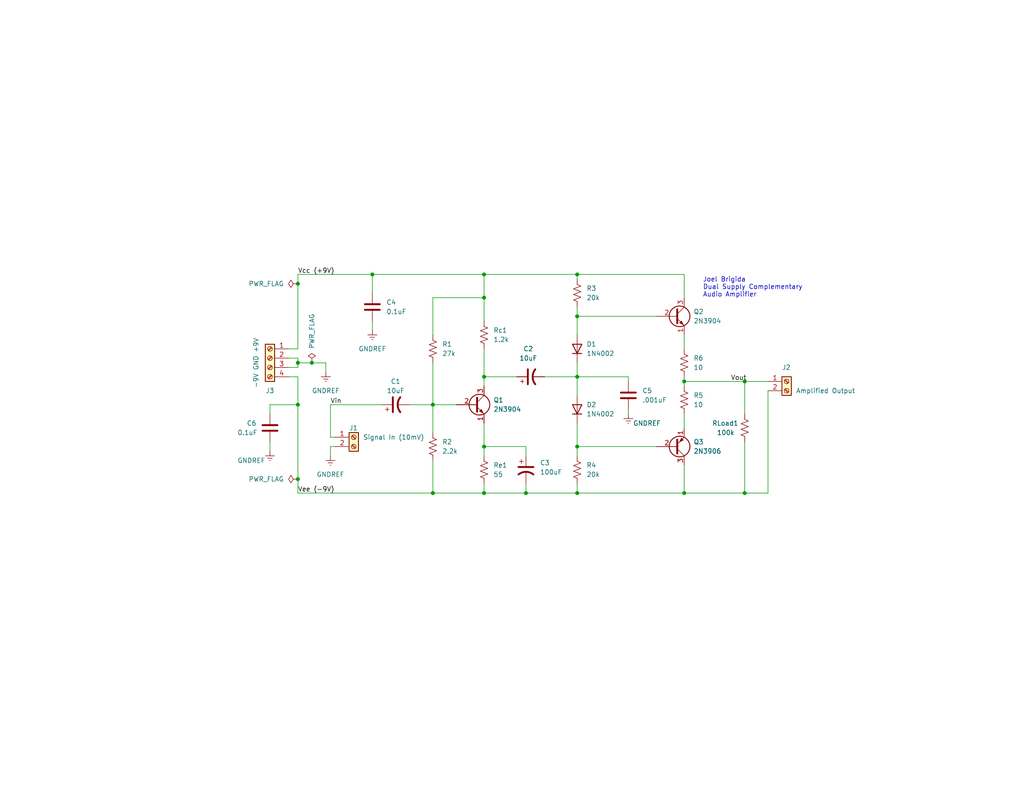
<source format=kicad_sch>
(kicad_sch (version 20230121) (generator eeschema)
  (paper "A")
  (title_block (title "EEL3118 Audio Amplifier") (date "2024-04-29") (rev "0") (company "Joel Brigida") (comment 1 "Using Exact Value Resistors"))
  (lib_symbols
    (symbol "Connector:Screw_Terminal_01x02" (pin_names (offset 1.016) hide)
      (property "Reference" "J" (at 0 2.54 0))
      (property "Value" "Screw_Terminal_01x02" (at 0 -5.08 0))
      (symbol "Screw_Terminal_01x02_1_1"
        (rectangle (start -1.27 1.27) (end 1.27 -3.81) (stroke (width 0.254)) (fill (type background)))
        (circle (center 0 -2.54) (radius 0.635) (stroke (width 0.1524)))
        (polyline (pts (xy -0.5334 -2.2098) (xy 0.3302 -3.048)) (stroke (width 0.1524)))
        (polyline (pts (xy -0.5334 0.3302) (xy 0.3302 -0.508)) (stroke (width 0.1524)))
        (polyline (pts (xy -0.3556 -2.032) (xy 0.508 -2.8702)) (stroke (width 0.1524)))
        (polyline (pts (xy -0.3556 0.508) (xy 0.508 -0.3302)) (stroke (width 0.1524)))
        (circle (center 0 0) (radius 0.635) (stroke (width 0.1524)))
        (pin passive line (at -5.08 0 0) (length 3.81) (name "Pin_1") (number "1"))
        (pin passive line (at -5.08 -2.54 0) (length 3.81) (name "Pin_2") (number "2"))
      )
    )
    (symbol "Connector:Screw_Terminal_01x04" (pin_names (offset 1.016) hide)
      (property "Reference" "J" (at 0 5.08 0))
      (property "Value" "Screw_Terminal_01x04" (at 0 -7.62 0))
      (symbol "Screw_Terminal_01x04_1_1"
        (rectangle (start -1.27 3.81) (end 1.27 -6.35) (stroke (width 0.254)) (fill (type background)))
        (circle (center 0 -5.08) (radius 0.635) (stroke (width 0.1524)))
        (circle (center 0 -2.54) (radius 0.635) (stroke (width 0.1524)))
        (polyline (pts (xy -0.5334 -4.7498) (xy 0.3302 -5.588)) (stroke (width 0.1524)))
        (polyline (pts (xy -0.5334 -2.2098) (xy 0.3302 -3.048)) (stroke (width 0.1524)))
        (polyline (pts (xy -0.5334 0.3302) (xy 0.3302 -0.508)) (stroke (width 0.1524)))
        (polyline (pts (xy -0.5334 2.8702) (xy 0.3302 2.032)) (stroke (width 0.1524)))
        (polyline (pts (xy -0.3556 -4.572) (xy 0.508 -5.4102)) (stroke (width 0.1524)))
        (polyline (pts (xy -0.3556 -2.032) (xy 0.508 -2.8702)) (stroke (width 0.1524)))
        (polyline (pts (xy -0.3556 0.508) (xy 0.508 -0.3302)) (stroke (width 0.1524)))
        (polyline (pts (xy -0.3556 3.048) (xy 0.508 2.2098)) (stroke (width 0.1524)))
        (circle (center 0 0) (radius 0.635) (stroke (width 0.1524)))
        (circle (center 0 2.54) (radius 0.635) (stroke (width 0.1524)))
        (pin passive line (at -5.08 2.54 0) (length 3.81) (name "Pin_1") (number "1"))
        (pin passive line (at -5.08 0 0) (length 3.81) (name "Pin_2") (number "2"))
        (pin passive line (at -5.08 -2.54 0) (length 3.81) (name "Pin_3") (number "3"))
        (pin passive line (at -5.08 -5.08 0) (length 3.81) (name "Pin_4") (number "4"))
      )
    )
    (symbol "Device:C" (pin_numbers hide) (pin_names (offset 0.254))
      (property "Reference" "C" (at 0.635 2.54 0))
      (property "Value" "C" (at 0.635 -2.54 0))
      (symbol "C_0_1"
        (polyline (pts (xy -2.032 -0.762) (xy 2.032 -0.762)) (stroke (width 0.508)))
        (polyline (pts (xy -2.032 0.762) (xy 2.032 0.762)) (stroke (width 0.508)))
      )
      (symbol "C_1_1"
        (pin passive line (at 0 3.81 270) (length 2.794) (name "~") (number "1"))
        (pin passive line (at 0 -3.81 90) (length 2.794) (name "~") (number "2"))
      )
    )
    (symbol "Device:C_Polarized_US" (pin_numbers hide) (pin_names (offset 0.254) hide)
      (property "Reference" "C" (at 0.635 2.54 0))
      (property "Value" "C_Polarized_US" (at 0.635 -2.54 0))
      (symbol "C_Polarized_US_0_1"
        (polyline (pts (xy -2.032 0.762) (xy 2.032 0.762)) (stroke (width 0.508)))
        (polyline (pts (xy -1.778 2.286) (xy -0.762 2.286)))
        (polyline (pts (xy -1.27 1.778) (xy -1.27 2.794)))
        (arc (start 2.032 -1.27) (mid 0 -0.5572) (end -2.032 -1.27) (stroke (width 0.508)))
      )
      (symbol "C_Polarized_US_1_1"
        (pin passive line (at 0 3.81 270) (length 2.794) (name "~") (number "1"))
        (pin passive line (at 0 -3.81 90) (length 3.302) (name "~") (number "2"))
      )
    )
    (symbol "Device:R_US" (pin_numbers hide) (pin_names (offset 0))
      (property "Reference" "R" (at 2.54 0 90))
      (property "Value" "R_US" (at -2.54 0 90))
      (symbol "R_US_0_1"
        (polyline (pts (xy 0 -2.286) (xy 0 -2.54)))
        (polyline (pts (xy 0 2.286) (xy 0 2.54)))
        (polyline (pts (xy 0 -0.762) (xy 1.016 -1.143) (xy 0 -1.524) (xy -1.016 -1.905) (xy 0 -2.286)))
        (polyline (pts (xy 0 0.762) (xy 1.016 0.381) (xy 0 0) (xy -1.016 -0.381) (xy 0 -0.762)))
        (polyline (pts (xy 0 2.286) (xy 1.016 1.905) (xy 0 1.524) (xy -1.016 1.143) (xy 0 0.762)))
      )
      (symbol "R_US_1_1"
        (pin passive line (at 0 3.81 270) (length 1.27) (name "~") (number "1"))
        (pin passive line (at 0 -3.81 90) (length 1.27) (name "~") (number "2"))
      )
    )
    (symbol "Diode:1N4002" (pin_numbers hide) (pin_names hide)
      (property "Reference" "D" (at 0 2.54 0))
      (property "Value" "1N4002" (at 0 -2.54 0))
      (symbol "1N4002_0_1"
        (polyline (pts (xy -1.27 1.27) (xy -1.27 -1.27)) (stroke (width 0.254)))
        (polyline (pts (xy 1.27 0) (xy -1.27 0)))
        (polyline (pts (xy 1.27 1.27) (xy 1.27 -1.27) (xy -1.27 0) (xy 1.27 1.27)) (stroke (width 0.254)))
      )
      (symbol "1N4002_1_1"
        (pin passive line (at -3.81 0 0) (length 2.54) (name "K") (number "1"))
        (pin passive line (at 3.81 0 180) (length 2.54) (name "A") (number "2"))
      )
    )
    (symbol "Transistor_BJT:2N3904" (pin_names (offset 0) hide)
      (property "Reference" "Q" (at 5.08 1.905 0))
      (property "Value" "2N3904" (at 5.08 0 0))
      (symbol "2N3904_0_1"
        (polyline (pts (xy 0.635 0.635) (xy 2.54 2.54)))
        (polyline (pts (xy 0.635 -0.635) (xy 2.54 -2.54) (xy 2.54 -2.54)))
        (polyline (pts (xy 0.635 1.905) (xy 0.635 -1.905) (xy 0.635 -1.905)) (stroke (width 0.508)))
        (polyline (pts (xy 1.27 -1.778) (xy 1.778 -1.27) (xy 2.286 -2.286) (xy 1.27 -1.778) (xy 1.27 -1.778)) (fill (type outline)))
        (circle (center 1.27 0) (radius 2.8194) (stroke (width 0.254)))
      )
      (symbol "2N3904_1_1"
        (pin passive line (at 2.54 -5.08 90) (length 2.54) (name "E") (number "1"))
        (pin passive line (at -5.08 0 0) (length 5.715) (name "B") (number "2"))
        (pin passive line (at 2.54 5.08 270) (length 2.54) (name "C") (number "3"))
      )
    )
    (symbol "Transistor_BJT:2N3906" (pin_names (offset 0) hide)
      (property "Reference" "Q" (at 5.08 1.905 0))
      (property "Value" "2N3906" (at 5.08 0 0))
      (symbol "2N3906_0_1"
        (polyline (pts (xy 0.635 0.635) (xy 2.54 2.54)))
        (polyline (pts (xy 0.635 -0.635) (xy 2.54 -2.54) (xy 2.54 -2.54)))
        (polyline (pts (xy 0.635 1.905) (xy 0.635 -1.905) (xy 0.635 -1.905)) (stroke (width 0.508)))
        (polyline (pts (xy 2.286 -1.778) (xy 1.778 -2.286) (xy 1.27 -1.27) (xy 2.286 -1.778) (xy 2.286 -1.778)) (fill (type outline)))
        (circle (center 1.27 0) (radius 2.8194) (stroke (width 0.254)))
      )
      (symbol "2N3906_1_1"
        (pin passive line (at 2.54 -5.08 90) (length 2.54) (name "E") (number "1"))
        (pin input line (at -5.08 0 0) (length 5.715) (name "B") (number "2"))
        (pin passive line (at 2.54 5.08 270) (length 2.54) (name "C") (number "3"))
      )
    )
    (symbol "power:GNDREF" (power) (pin_names (offset 0))
      (property "Value" "GNDREF" (at 0 -3.81 0))
      (symbol "GNDREF_0_1"
        (polyline (pts (xy -0.635 -1.905) (xy 0.635 -1.905)))
        (polyline (pts (xy -0.127 -2.54) (xy 0.127 -2.54)))
        (polyline (pts (xy 0 -1.27) (xy 0 0)))
        (polyline (pts (xy 1.27 -1.27) (xy -1.27 -1.27)))
      )
      (symbol "GNDREF_1_1"
        (pin power_in line (at 0 0 270) (length 0) hide (name "GNDREF") (number "1"))
      )
    )
    (symbol "power:PWR_FLAG" (power) (pin_numbers hide) (pin_names (offset 0) hide)
      (property "Value" "PWR_FLAG" (at 0 3.81 0))
      (symbol "PWR_FLAG_0_0"
        (pin power_out line (at 0 0 90) (length 0) (name "pwr") (number "1"))
      )
      (symbol "PWR_FLAG_0_1"
        (polyline (pts (xy 0 0) (xy 0 1.27) (xy -1.016 1.905) (xy 0 2.54) (xy 1.016 1.905) (xy 0 1.27)))
      )
    )
  )
  (junction (at 101.6 74.93))
  (junction (at 132.08 74.93))
  (junction (at 157.48 121.92))
  (junction (at 186.69 134.62))
  (junction (at 81.28 130.81))
  (junction (at 157.48 86.36))
  (junction (at 157.48 102.87))
  (junction (at 186.69 104.14))
  (junction (at 81.28 77.47))
  (junction (at 118.11 134.62))
  (junction (at 132.08 81.28))
  (junction (at 85.09 99.06))
  (junction (at 157.48 74.93))
  (junction (at 132.08 102.87))
  (junction (at 81.28 99.06))
  (junction (at 157.48 134.62))
  (junction (at 81.28 110.49))
  (junction (at 132.08 121.92))
  (junction (at 203.2 104.14))
  (junction (at 132.08 134.62))
  (junction (at 203.2 134.62))
  (junction (at 143.51 134.62))
  (junction (at 118.11 110.49))
  (wire (pts (xy 132.08 81.28) (xy 132.08 87.63)))
  (wire (pts (xy 209.55 134.62) (xy 203.2 134.62)))
  (wire (pts (xy 157.48 121.92) (xy 179.07 121.92)))
  (wire (pts (xy 186.69 127) (xy 186.69 134.62)))
  (wire (pts (xy 203.2 120.65) (xy 203.2 134.62)))
  (wire (pts (xy 81.28 77.47) (xy 81.28 95.25)))
  (wire (pts (xy 132.08 121.92) (xy 132.08 124.46)))
  (wire (pts (xy 186.69 104.14) (xy 186.69 105.41)))
  (wire (pts (xy 81.28 130.81) (xy 81.28 134.62)))
  (wire (pts (xy 118.11 134.62) (xy 118.11 125.73)))
  (wire (pts (xy 186.69 113.03) (xy 186.69 116.84)))
  (wire (pts (xy 209.55 106.68) (xy 209.55 134.62)))
  (wire (pts (xy 88.9 99.06) (xy 88.9 101.6)))
  (wire (pts (xy 81.28 99.06) (xy 85.09 99.06)))
  (wire (pts (xy 132.08 115.57) (xy 132.08 121.92)))
  (wire (pts (xy 91.44 121.92) (xy 90.17 121.92)))
  (wire (pts (xy 81.28 97.79) (xy 78.74 97.79)))
  (wire (pts (xy 132.08 134.62) (xy 143.51 134.62)))
  (wire (pts (xy 186.69 74.93) (xy 157.48 74.93)))
  (wire (pts (xy 132.08 121.92) (xy 143.51 121.92)))
  (wire (pts (xy 143.51 121.92) (xy 143.51 124.46)))
  (wire (pts (xy 171.45 102.87) (xy 171.45 104.14)))
  (wire (pts (xy 132.08 134.62) (xy 118.11 134.62)))
  (wire (pts (xy 118.11 81.28) (xy 118.11 91.44)))
  (wire (pts (xy 101.6 74.93) (xy 101.6 80.01)))
  (wire (pts (xy 73.66 110.49) (xy 81.28 110.49)))
  (wire (pts (xy 111.76 110.49) (xy 118.11 110.49)))
  (wire (pts (xy 157.48 115.57) (xy 157.48 121.92)))
  (wire (pts (xy 157.48 121.92) (xy 157.48 124.46)))
  (wire (pts (xy 186.69 102.87) (xy 186.69 104.14)))
  (wire (pts (xy 132.08 132.08) (xy 132.08 134.62)))
  (wire (pts (xy 157.48 102.87) (xy 171.45 102.87)))
  (wire (pts (xy 81.28 74.93) (xy 101.6 74.93)))
  (wire (pts (xy 186.69 104.14) (xy 203.2 104.14)))
  (wire (pts (xy 132.08 95.25) (xy 132.08 102.87)))
  (wire (pts (xy 143.51 134.62) (xy 157.48 134.62)))
  (wire (pts (xy 90.17 121.92) (xy 90.17 124.46)))
  (wire (pts (xy 186.69 95.25) (xy 186.69 91.44)))
  (wire (pts (xy 78.74 100.33) (xy 81.28 100.33)))
  (wire (pts (xy 90.17 110.49) (xy 90.17 119.38)))
  (wire (pts (xy 118.11 110.49) (xy 124.46 110.49)))
  (wire (pts (xy 186.69 81.28) (xy 186.69 74.93)))
  (wire (pts (xy 81.28 77.47) (xy 81.28 74.93)))
  (wire (pts (xy 203.2 104.14) (xy 209.55 104.14)))
  (wire (pts (xy 73.66 120.65) (xy 73.66 123.19)))
  (wire (pts (xy 157.48 132.08) (xy 157.48 134.62)))
  (wire (pts (xy 157.48 99.06) (xy 157.48 102.87)))
  (wire (pts (xy 203.2 104.14) (xy 203.2 113.03)))
  (wire (pts (xy 157.48 102.87) (xy 157.48 107.95)))
  (wire (pts (xy 81.28 110.49) (xy 81.28 130.81)))
  (wire (pts (xy 73.66 110.49) (xy 73.66 113.03)))
  (wire (pts (xy 118.11 81.28) (xy 132.08 81.28)))
  (wire (pts (xy 81.28 134.62) (xy 118.11 134.62)))
  (wire (pts (xy 148.59 102.87) (xy 157.48 102.87)))
  (wire (pts (xy 85.09 99.06) (xy 88.9 99.06)))
  (wire (pts (xy 81.28 97.79) (xy 81.28 99.06)))
  (wire (pts (xy 118.11 99.06) (xy 118.11 110.49)))
  (wire (pts (xy 78.74 95.25) (xy 81.28 95.25)))
  (wire (pts (xy 118.11 110.49) (xy 118.11 118.11)))
  (wire (pts (xy 132.08 102.87) (xy 140.97 102.87)))
  (wire (pts (xy 132.08 74.93) (xy 132.08 81.28)))
  (wire (pts (xy 132.08 74.93) (xy 157.48 74.93)))
  (wire (pts (xy 101.6 74.93) (xy 132.08 74.93)))
  (wire (pts (xy 81.28 100.33) (xy 81.28 99.06)))
  (wire (pts (xy 171.45 111.76) (xy 171.45 113.03)))
  (wire (pts (xy 157.48 83.82) (xy 157.48 86.36)))
  (wire (pts (xy 90.17 119.38) (xy 91.44 119.38)))
  (wire (pts (xy 157.48 74.93) (xy 157.48 76.2)))
  (wire (pts (xy 81.28 102.87) (xy 81.28 110.49)))
  (wire (pts (xy 78.74 102.87) (xy 81.28 102.87)))
  (wire (pts (xy 132.08 105.41) (xy 132.08 102.87)))
  (wire (pts (xy 157.48 86.36) (xy 157.48 91.44)))
  (wire (pts (xy 157.48 134.62) (xy 186.69 134.62)))
  (wire (pts (xy 101.6 87.63) (xy 101.6 90.17)))
  (wire (pts (xy 203.2 134.62) (xy 186.69 134.62)))
  (wire (pts (xy 143.51 132.08) (xy 143.51 134.62)))
  (wire (pts (xy 90.17 110.49) (xy 104.14 110.49)))
  (wire (pts (xy 157.48 86.36) (xy 179.07 86.36)))
  (text "Joel Brigida\nDual Supply Complementary\nAudio Amplifier" (at 191.77 81.28 0) (effects (font (size 1.27 1.27)) (justify left bottom)))
  (label "Vin" (at 90.17 110.49 0))
  (label "Vout" (at 199.39 104.14 0))
  (label "Vcc (+9V)" (at 81.28 74.93 0))
  (label "Vee (-9V)" (at 81.28 134.62 0))
  (symbol (lib_id "power:PWR_FLAG") (at 85.09 99.06 0) (unit 1)
    (property "Reference" "#FLG03" (effects hide))
    (property "Value" "PWR_FLAG" (at 85.09 95.25 90) (effects (justify left)))
  )
  (symbol (lib_id "Device:R_US") (at 132.08 128.27 180) (unit 1)
    (property "Reference" "Re1" (at 134.62 127 0) (effects (justify right)))
    (property "Value" "55" (at 134.62 129.54 0) (effects (justify right)))
    (property "Footprint" "Resistor_THT:R_Axial_DIN0207_L6.3mm_D2.5mm_P10.16mm_Horizontal" (effects hide))
  )
  (symbol (lib_id "Diode:1N4002") (at 157.48 111.76 90) (unit 1)
    (property "Reference" "D2" (at 160.02 110.49 90) (effects (justify right)))
    (property "Value" "1N4002" (at 160.02 113.03 90) (effects (justify right)))
    (property "Footprint" "Diode_THT:D_DO-41_SOD81_P10.16mm_Horizontal" (effects hide))
    (property "Datasheet" "http://www.vishay.com/docs/88503/1n4001.pdf" (effects hide))
    (property "Sim.Device" "D" (effects hide))
    (property "Sim.Pins" "1=K 2=A" (effects hide))
  )
  (symbol (lib_id "Device:R_US") (at 157.48 80.01 180) (unit 1)
    (property "Reference" "R3" (at 160.02 78.74 0) (effects (justify right)))
    (property "Value" "20k" (at 160.02 81.28 0) (effects (justify right)))
    (property "Footprint" "Resistor_THT:R_Axial_DIN0207_L6.3mm_D2.5mm_P10.16mm_Horizontal" (effects hide))
  )
  (symbol (lib_id "Connector:Screw_Terminal_01x02") (at 214.63 104.14 0) (unit 1)
    (property "Reference" "J2" (at 213.36 100.33 0) (effects (justify left)))
    (property "Value" "Amplified Output" (at 217.17 106.68 0) (effects (justify left)))
    (property "Footprint" "TerminalBlock_TE-Connectivity:TerminalBlock_TE_282834-2_1x02_P2.54mm_Horizontal" (effects hide))
  )
  (symbol (lib_id "Connector:Screw_Terminal_01x04") (at 73.66 97.79 0) (mirror y) (unit 1)
    (property "Reference" "J3" (at 73.66 106.68 0))
    (property "Value" "-9V GND +9V" (at 69.85 99.06 90))
    (property "Footprint" "TerminalBlock_TE-Connectivity:TerminalBlock_TE_282834-4_1x04_P2.54mm_Horizontal" (effects hide))
  )
  (symbol (lib_id "power:GNDREF") (at 171.45 113.03 0) (unit 1)
    (property "Reference" "#PWR01" (effects hide))
    (property "Value" "GNDREF" (at 176.53 115.57 0))
  )
  (symbol (lib_id "Device:R_US") (at 118.11 121.92 180) (unit 1)
    (property "Reference" "R2" (at 120.65 120.65 0) (effects (justify right)))
    (property "Value" "2.2k" (at 120.65 123.19 0) (effects (justify right)))
    (property "Footprint" "Resistor_THT:R_Axial_DIN0207_L6.3mm_D2.5mm_P10.16mm_Horizontal" (effects hide))
  )
  (symbol (lib_id "Connector:Screw_Terminal_01x02") (at 96.52 119.38 0) (unit 1)
    (property "Reference" "J1" (at 95.25 116.84 0) (effects (justify left)))
    (property "Value" "Signal In (10mV)" (at 99.06 119.38 0) (effects (justify left)))
    (property "Footprint" "TerminalBlock_TE-Connectivity:TerminalBlock_TE_282834-2_1x02_P2.54mm_Horizontal" (effects hide))
  )
  (symbol (lib_id "power:GNDREF") (at 101.6 90.17 0) (unit 1)
    (property "Reference" "#PWR03" (effects hide))
    (property "Value" "GNDREF" (at 101.6 95.25 0))
  )
  (symbol (lib_id "power:GNDREF") (at 90.17 124.46 0) (unit 1)
    (property "Reference" "#PWR05" (effects hide))
    (property "Value" "GNDREF" (at 90.17 129.54 0))
  )
  (symbol (lib_id "power:PWR_FLAG") (at 81.28 77.47 90) (unit 1)
    (property "Reference" "#FLG01" (effects hide))
    (property "Value" "PWR_FLAG" (at 77.47 77.47 90) (effects (justify left)))
  )
  (symbol (lib_id "power:GNDREF") (at 73.66 123.19 0) (unit 1)
    (property "Reference" "#PWR04" (effects hide))
    (property "Value" "GNDREF" (at 68.58 125.73 0))
  )
  (symbol (lib_id "Transistor_BJT:2N3904") (at 184.15 86.36 0) (unit 1)
    (property "Reference" "Q2" (at 189.23 85.09 0) (effects (justify left)))
    (property "Value" "2N3904" (at 189.23 87.63 0) (effects (justify left)))
    (property "Footprint" "Package_TO_SOT_THT:TO-92_Inline" (effects hide))
    (property "Datasheet" "https://www.onsemi.com/pub/Collateral/2N3903-D.PDF" (effects hide))
  )
  (symbol (lib_id "Device:C") (at 171.45 107.95 0) (unit 1)
    (property "Reference" "C5" (at 175.26 106.68 0) (effects (justify left)))
    (property "Value" ".001uF" (at 175.26 109.22 0) (effects (justify left)))
    (property "Footprint" "Capacitor_THT:C_Disc_D6.0mm_W2.5mm_P5.00mm" (effects hide))
  )
  (symbol (lib_id "Device:C_Polarized_US") (at 143.51 128.27 0) (unit 1)
    (property "Reference" "C3" (at 147.32 126.365 0) (effects (justify left)))
    (property "Value" "100uF" (at 147.32 128.905 0) (effects (justify left)))
    (property "Footprint" "Capacitor_THT:CP_Radial_D7.5mm_P2.50mm" (effects hide))
  )
  (symbol (lib_id "Device:R_US") (at 186.69 109.22 180) (unit 1)
    (property "Reference" "R5" (at 189.23 107.95 0) (effects (justify right)))
    (property "Value" "10" (at 189.23 110.49 0) (effects (justify right)))
    (property "Footprint" "Resistor_THT:R_Axial_DIN0207_L6.3mm_D2.5mm_P10.16mm_Horizontal" (effects hide))
  )
  (symbol (lib_id "Device:R_US") (at 157.48 128.27 180) (unit 1)
    (property "Reference" "R4" (at 160.02 127 0) (effects (justify right)))
    (property "Value" "20k" (at 160.02 129.54 0) (effects (justify right)))
    (property "Footprint" "Resistor_THT:R_Axial_DIN0207_L6.3mm_D2.5mm_P10.16mm_Horizontal" (effects hide))
  )
  (symbol (lib_id "power:PWR_FLAG") (at 81.28 130.81 90) (unit 1)
    (property "Reference" "#FLG02" (effects hide))
    (property "Value" "PWR_FLAG" (at 77.47 130.81 90) (effects (justify left)))
  )
  (symbol (lib_id "power:GNDREF") (at 88.9 101.6 0) (unit 1)
    (property "Reference" "#PWR02" (effects hide))
    (property "Value" "GNDREF" (at 88.9 106.68 0))
  )
  (symbol (lib_id "Device:C") (at 101.6 83.82 180) (unit 1)
    (property "Reference" "C4" (at 105.41 82.55 0) (effects (justify right)))
    (property "Value" "0.1uF" (at 105.41 85.09 0) (effects (justify right)))
    (property "Footprint" "Capacitor_THT:C_Disc_D6.0mm_W2.5mm_P5.00mm" (effects hide))
  )
  (symbol (lib_id "Transistor_BJT:2N3904") (at 129.54 110.49 0) (unit 1)
    (property "Reference" "Q1" (at 134.62 109.22 0) (effects (justify left)))
    (property "Value" "2N3904" (at 134.62 111.76 0) (effects (justify left)))
    (property "Footprint" "Package_TO_SOT_THT:TO-92_Inline" (effects hide))
    (property "Datasheet" "https://www.onsemi.com/pub/Collateral/2N3903-D.PDF" (effects hide))
  )
  (symbol (lib_id "Device:C_Polarized_US") (at 107.95 110.49 90) (unit 1)
    (property "Reference" "C1" (at 107.95 104.14 90))
    (property "Value" "10uF" (at 107.95 106.68 90))
    (property "Footprint" "Capacitor_THT:CP_Radial_D5.0mm_P2.00mm" (effects hide))
  )
  (symbol (lib_id "Device:R_US") (at 186.69 99.06 180) (unit 1)
    (property "Reference" "R6" (at 189.23 97.79 0) (effects (justify right)))
    (property "Value" "10" (at 189.23 100.33 0) (effects (justify right)))
    (property "Footprint" "Resistor_THT:R_Axial_DIN0207_L6.3mm_D2.5mm_P10.16mm_Horizontal" (effects hide))
  )
  (symbol (lib_id "Device:R_US") (at 203.2 116.84 180) (unit 1)
    (property "Reference" "RLoad1" (at 194.31 115.57 0) (effects (justify right)))
    (property "Value" "100k" (at 195.58 118.11 0) (effects (justify right)))
    (property "Footprint" "Resistor_THT:R_Axial_DIN0207_L6.3mm_D2.5mm_P10.16mm_Horizontal" (effects hide))
  )
  (symbol (lib_id "Device:C") (at 73.66 116.84 0) (unit 1)
    (property "Reference" "C6" (at 67.31 115.57 0) (effects (justify left)))
    (property "Value" "0.1uF" (at 64.77 118.11 0) (effects (justify left)))
    (property "Footprint" "Capacitor_THT:C_Disc_D6.0mm_W2.5mm_P5.00mm" (effects hide))
  )
  (symbol (lib_id "Diode:1N4002") (at 157.48 95.25 90) (unit 1)
    (property "Reference" "D1" (at 160.02 93.98 90) (effects (justify right)))
    (property "Value" "1N4002" (at 160.02 96.52 90) (effects (justify right)))
    (property "Footprint" "Diode_THT:D_DO-41_SOD81_P10.16mm_Horizontal" (effects hide))
    (property "Datasheet" "http://www.vishay.com/docs/88503/1n4001.pdf" (effects hide))
    (property "Sim.Device" "D" (effects hide))
    (property "Sim.Pins" "1=K 2=A" (effects hide))
  )
  (symbol (lib_id "Device:C_Polarized_US") (at 144.78 102.87 90) (unit 1)
    (property "Reference" "C2" (at 144.145 95.25 90))
    (property "Value" "10uF" (at 144.145 97.79 90))
    (property "Footprint" "Capacitor_THT:CP_Radial_D5.0mm_P2.00mm" (effects hide))
  )
  (symbol (lib_id "Transistor_BJT:2N3906") (at 184.15 121.92 0) (mirror x) (unit 1)
    (property "Reference" "Q3" (at 189.23 120.65 0) (effects (justify left)))
    (property "Value" "2N3906" (at 189.23 123.19 0) (effects (justify left)))
    (property "Footprint" "Package_TO_SOT_THT:TO-92_Inline" (effects hide))
    (property "Datasheet" "https://www.onsemi.com/pub/Collateral/2N3906-D.PDF" (effects hide))
  )
  (symbol (lib_id "Device:R_US") (at 132.08 91.44 180) (unit 1)
    (property "Reference" "Rc1" (at 134.62 90.17 0) (effects (justify right)))
    (property "Value" "1.2k" (at 134.62 92.71 0) (effects (justify right)))
    (property "Footprint" "Resistor_THT:R_Axial_DIN0207_L6.3mm_D2.5mm_P10.16mm_Horizontal" (effects hide))
  )
  (symbol (lib_id "Device:R_US") (at 118.11 95.25 180) (unit 1)
    (property "Reference" "R1" (at 120.65 93.98 0) (effects (justify right)))
    (property "Value" "27k" (at 120.65 96.52 0) (effects (justify right)))
    (property "Footprint" "Resistor_THT:R_Axial_DIN0207_L6.3mm_D2.5mm_P10.16mm_Horizontal" (effects hide))
  )
)
</source>
